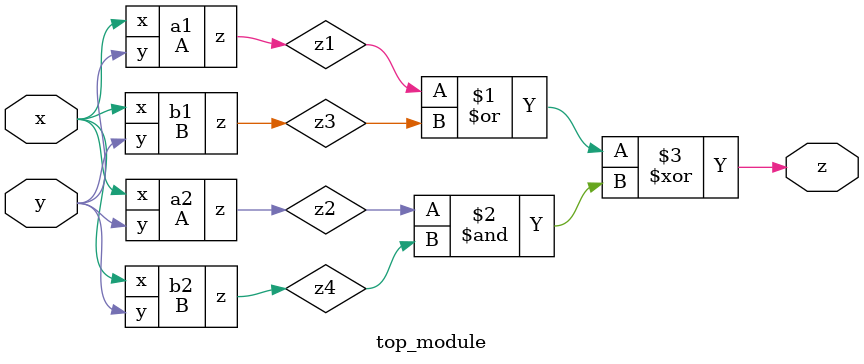
<source format=sv>
module A(
    input x,
    input y,
    output z
);

assign z = (x ^ y) & x;

endmodule
module B(
    input x,
    input y,
    output z
);

assign z = ~((x & ~y) | (~x & y));

endmodule
module top_module(
    input x,
    input y,
    output z
);

wire z1, z2, z3, z4;

A a1 (.x(x), .y(y), .z(z1));
A a2 (.x(x), .y(y), .z(z2));
B b1 (.x(x), .y(y), .z(z3));
B b2 (.x(x), .y(y), .z(z4));

assign z = (z1 | z3) ^ (z2 & z4);

endmodule

</source>
